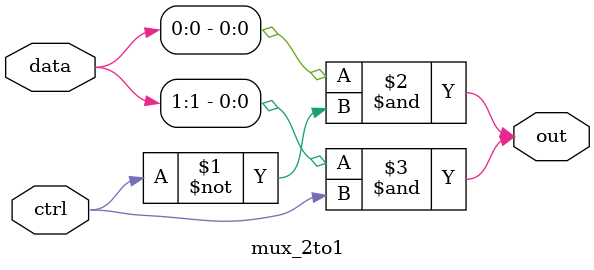
<source format=v>
module mux_8to1(
data,
ctrl,
out
);
input [7:0] data;
input [2:0] ctrl;
output out;
wire [0:3] s;
wire [0:1] t;
// assign out = data[ctrl];
// split it into 7 2:1 mux
mux_2to1 M0 (data[7:6], ctrl[0], s[0]);
mux_2to1 M2 (data[5:4], ctrl[0], s[1]);
mux_2to1 M3 (data[3:2], ctrl[0], s[2]);
mux_2to1 M4 (data[1:0], ctrl[0], s[3]);
mux_2to1 M5 (s[0:1], ctrl[1], t[0]);
mux_2to1 M6 (s[2:3], ctrl[1], t[1]);
mux_2to1 M7 (t[0:1], ctrl[2], out);
endmodule

module mux_2to1(
data,
ctrl,
out
);
input [1:0] data;
input ctrl;
output out;
wor out;
//gate definition of 2:1 mux
and (out, data[0], ~ctrl);
and (out, data[1], ctrl);
endmodule
</source>
